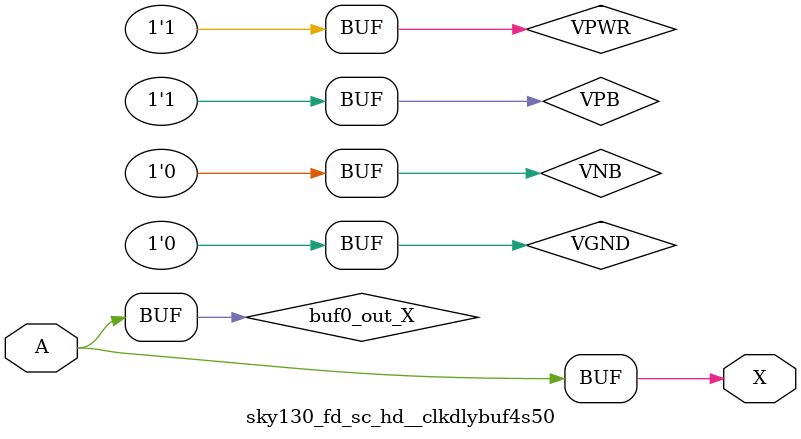
<source format=v>
/*
 * Copyright 2020 The SkyWater PDK Authors
 *
 * Licensed under the Apache License, Version 2.0 (the "License");
 * you may not use this file except in compliance with the License.
 * You may obtain a copy of the License at
 *
 *     https://www.apache.org/licenses/LICENSE-2.0
 *
 * Unless required by applicable law or agreed to in writing, software
 * distributed under the License is distributed on an "AS IS" BASIS,
 * WITHOUT WARRANTIES OR CONDITIONS OF ANY KIND, either express or implied.
 * See the License for the specific language governing permissions and
 * limitations under the License.
 *
 * SPDX-License-Identifier: Apache-2.0
*/


`ifndef SKY130_FD_SC_HD__CLKDLYBUF4S50_TIMING_V
`define SKY130_FD_SC_HD__CLKDLYBUF4S50_TIMING_V

/**
 * clkdlybuf4s50: Clock Delay Buffer 4-stage 0.59um length inner stage
 *                gates.
 *
 * Verilog simulation timing model.
 */

`timescale 1ns / 1ps
`default_nettype none

`celldefine
module sky130_fd_sc_hd__clkdlybuf4s50 (
    X,
    A
);

    // Module ports
    output X;
    input  A;

    // Module supplies
    supply1 VPWR;
    supply0 VGND;
    supply1 VPB ;
    supply0 VNB ;

    // Local signals
    wire buf0_out_X;

    //  Name  Output      Other arguments
    buf buf0 (buf0_out_X, A              );
    buf buf1 (X         , buf0_out_X     );

endmodule
`endcelldefine

`default_nettype wire
`endif  // SKY130_FD_SC_HD__CLKDLYBUF4S50_TIMING_V

</source>
